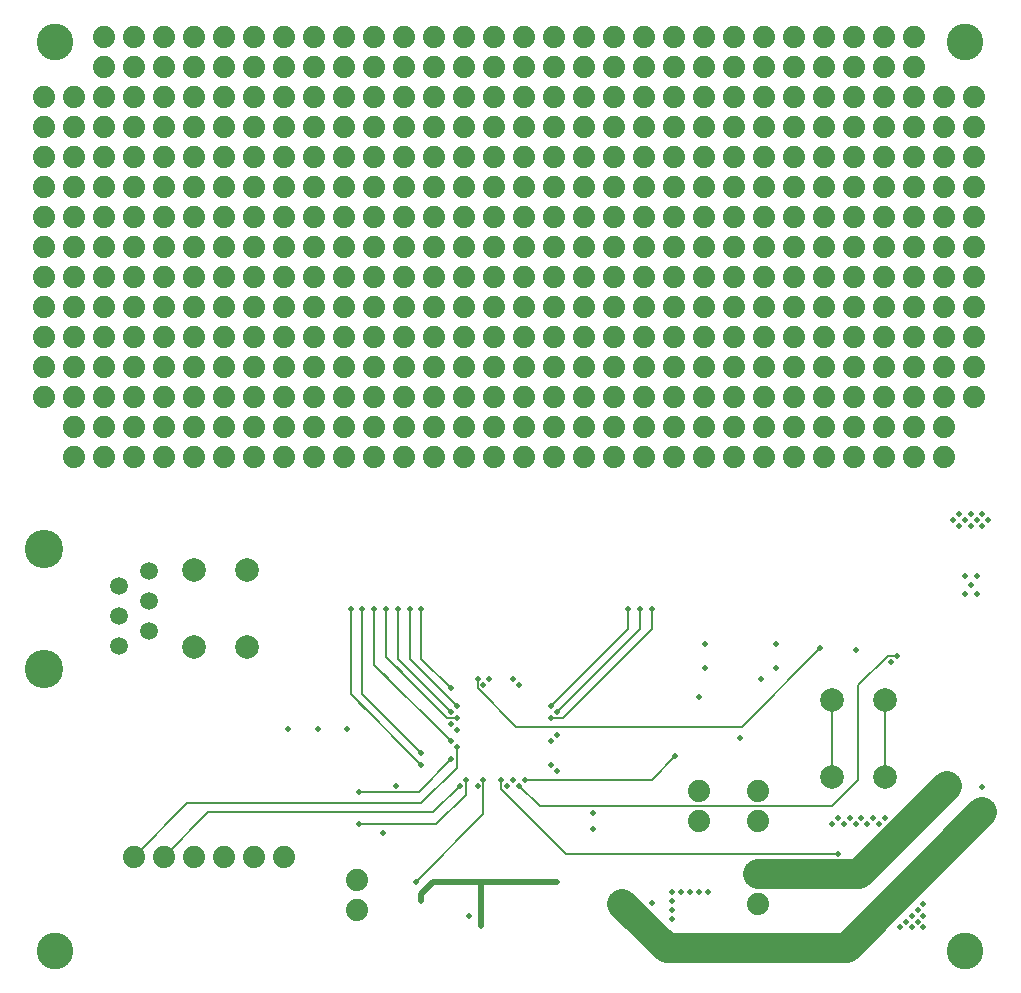
<source format=gbl>
G04*
G04 #@! TF.GenerationSoftware,Altium Limited,CircuitStudio,1.5.1 (13)*
G04*
G04 Layer_Physical_Order=4*
G04 Layer_Color=12500520*
%FSLAX25Y25*%
%MOIN*%
G70*
G01*
G75*
%ADD42C,0.05906*%
%ADD43C,0.00591*%
%ADD47C,0.01969*%
%ADD50C,0.12795*%
%ADD51C,0.07400*%
%ADD52C,0.12205*%
%ADD53C,0.07874*%
%ADD54C,0.01969*%
%ADD62C,0.09843*%
D42*
X430512Y511122D02*
D03*
X440512Y516122D02*
D03*
X430512Y521122D02*
D03*
X440512Y526122D02*
D03*
X430512Y531122D02*
D03*
X440512Y536122D02*
D03*
D43*
X510827Y451772D02*
X536417D01*
X546260Y461614D01*
X510827Y462598D02*
X530512D01*
X546260Y461614D02*
Y466535D01*
X531496Y458661D02*
X543307Y470472D01*
X453346Y458661D02*
X531496D01*
X543307Y470472D02*
Y477362D01*
X535433Y455709D02*
X544291Y464567D01*
X460394Y455709D02*
X535433D01*
X530512Y462598D02*
X541339Y473425D01*
X562992Y484252D02*
X638189D01*
X664370Y510433D01*
X687008Y507874D02*
X689961D01*
X677165Y498032D02*
X687008Y507874D01*
X677165Y466535D02*
Y498032D01*
X435630Y440945D02*
X453346Y458661D01*
X668307Y457677D02*
X677165Y466535D01*
X570866Y457677D02*
X668307D01*
X579724Y441929D02*
X670276D01*
X558071Y463583D02*
X579724Y441929D01*
X558071Y463583D02*
Y466535D01*
X563976Y464567D02*
X570866Y457677D01*
X686024Y467520D02*
Y493110D01*
X668307Y467520D02*
Y493110D01*
X539961Y487205D02*
X543307D01*
X445630Y440945D02*
X460394Y455709D01*
X529528Y432480D02*
X552165Y455118D01*
Y466535D01*
X565945D02*
X608268D01*
X616142Y474409D01*
X531496Y506890D02*
Y523622D01*
Y506890D02*
X533465Y504921D01*
X531496Y506890D02*
X541339Y497047D01*
X527559Y506890D02*
Y523622D01*
Y506890D02*
X530512Y503937D01*
X527559Y506890D02*
X543307Y491142D01*
X523622Y506890D02*
Y523622D01*
Y506890D02*
X527559Y502953D01*
X523622Y506890D02*
X541339Y489173D01*
X519685Y507480D02*
Y523622D01*
Y507480D02*
X525197Y501968D01*
X519685Y507480D02*
X539961Y487205D01*
X515748Y504921D02*
Y523622D01*
Y504921D02*
X520669Y500000D01*
X515748Y504921D02*
X541339Y479331D01*
X511811Y495079D02*
Y523622D01*
Y495079D02*
X520669Y486221D01*
X511811Y495079D02*
X531496Y475394D01*
X507874Y495079D02*
Y523622D01*
Y495079D02*
X512795Y490158D01*
X507874Y495079D02*
X531496Y471457D01*
X574803Y491142D02*
X600394Y516732D01*
Y521654D01*
Y516732D02*
Y523622D01*
X576772Y489173D02*
X604331Y516732D01*
Y519685D01*
Y516732D02*
Y523622D01*
X574803Y487205D02*
X578740D01*
X608268Y516732D01*
Y523622D01*
X550197Y497047D02*
Y500000D01*
Y497047D02*
X562992Y484252D01*
D47*
X531496Y428543D02*
X535433Y432480D01*
X531496Y425984D02*
Y428543D01*
X535433Y432480D02*
X541339D01*
X547244D01*
X553150D02*
X559055D01*
X564961D01*
X570866D01*
X576772D01*
X551378Y417913D02*
Y432480D01*
X551378Y432480D01*
X547244D02*
X551378D01*
X553150D01*
D50*
X405512Y503622D02*
D03*
Y543622D02*
D03*
D51*
X615512Y574016D02*
D03*
X605512D02*
D03*
X595512D02*
D03*
X585512D02*
D03*
X575512D02*
D03*
X565512D02*
D03*
X555512D02*
D03*
X545512D02*
D03*
X465512D02*
D03*
X475512D02*
D03*
X485512D02*
D03*
X495512D02*
D03*
X505512D02*
D03*
X515512D02*
D03*
X525512D02*
D03*
X535512D02*
D03*
X455512D02*
D03*
X445512D02*
D03*
X435512D02*
D03*
X425512D02*
D03*
X415512D02*
D03*
Y584016D02*
D03*
X425512D02*
D03*
X435512D02*
D03*
X445512D02*
D03*
X455512D02*
D03*
X535512D02*
D03*
X525512D02*
D03*
X515512D02*
D03*
X505512D02*
D03*
X495512D02*
D03*
X485512D02*
D03*
X475512D02*
D03*
X465512D02*
D03*
X545512D02*
D03*
X555512D02*
D03*
X565512D02*
D03*
X575512D02*
D03*
X585512D02*
D03*
X595512D02*
D03*
X605512D02*
D03*
X615512D02*
D03*
Y624016D02*
D03*
X605512D02*
D03*
X595512D02*
D03*
X585512D02*
D03*
X575512D02*
D03*
X565512D02*
D03*
X555512D02*
D03*
X545512D02*
D03*
X465512D02*
D03*
X475512D02*
D03*
X485512D02*
D03*
X495512D02*
D03*
X505512D02*
D03*
X515512D02*
D03*
X525512D02*
D03*
X535512D02*
D03*
X455512D02*
D03*
X445512D02*
D03*
X435512D02*
D03*
X425512D02*
D03*
X415512D02*
D03*
Y614016D02*
D03*
X425512D02*
D03*
X435512D02*
D03*
X445512D02*
D03*
X455512D02*
D03*
X535512D02*
D03*
X525512D02*
D03*
X515512D02*
D03*
X505512D02*
D03*
X495512D02*
D03*
X485512D02*
D03*
X475512D02*
D03*
X465512D02*
D03*
X545512D02*
D03*
X555512D02*
D03*
X565512D02*
D03*
X575512D02*
D03*
X585512D02*
D03*
X595512D02*
D03*
X605512D02*
D03*
X615512D02*
D03*
X625512D02*
D03*
Y624016D02*
D03*
Y584016D02*
D03*
Y574016D02*
D03*
X405512Y614016D02*
D03*
Y624016D02*
D03*
X685512D02*
D03*
Y614016D02*
D03*
X675512D02*
D03*
X665512D02*
D03*
X655512D02*
D03*
X645512D02*
D03*
X635512D02*
D03*
Y624016D02*
D03*
X645512D02*
D03*
X655512D02*
D03*
X665512D02*
D03*
X675512D02*
D03*
X715512Y614016D02*
D03*
X705512D02*
D03*
X695512D02*
D03*
Y624016D02*
D03*
X705512D02*
D03*
X715512D02*
D03*
Y684016D02*
D03*
X705512D02*
D03*
X695512D02*
D03*
Y634016D02*
D03*
X705512D02*
D03*
X715512D02*
D03*
X675512Y684016D02*
D03*
X665512D02*
D03*
X655512D02*
D03*
X645512D02*
D03*
X635512D02*
D03*
Y634016D02*
D03*
X645512D02*
D03*
X655512D02*
D03*
X665512D02*
D03*
X675512D02*
D03*
X685512D02*
D03*
Y684016D02*
D03*
X405512D02*
D03*
Y634016D02*
D03*
X625512Y684016D02*
D03*
Y634016D02*
D03*
X615512D02*
D03*
X605512D02*
D03*
X595512D02*
D03*
X585512D02*
D03*
X575512D02*
D03*
X565512D02*
D03*
X555512D02*
D03*
X545512D02*
D03*
X465512D02*
D03*
X475512D02*
D03*
X485512D02*
D03*
X495512D02*
D03*
X505512D02*
D03*
X515512D02*
D03*
X525512D02*
D03*
X535512D02*
D03*
X455512D02*
D03*
X445512D02*
D03*
X435512D02*
D03*
X425512D02*
D03*
X415512D02*
D03*
Y684016D02*
D03*
X425512D02*
D03*
X435512D02*
D03*
X445512D02*
D03*
X455512D02*
D03*
X535512D02*
D03*
X525512D02*
D03*
X515512D02*
D03*
X505512D02*
D03*
X495512D02*
D03*
X485512D02*
D03*
X475512D02*
D03*
X465512D02*
D03*
X545512D02*
D03*
X555512D02*
D03*
X565512D02*
D03*
X575512D02*
D03*
X585512D02*
D03*
X595512D02*
D03*
X605512D02*
D03*
X615512D02*
D03*
X695512Y704016D02*
D03*
Y694016D02*
D03*
X705512D02*
D03*
X715512D02*
D03*
X675512Y704016D02*
D03*
X665512D02*
D03*
X655512D02*
D03*
X645512D02*
D03*
X635512D02*
D03*
Y694016D02*
D03*
X645512D02*
D03*
X655512D02*
D03*
X665512D02*
D03*
X675512D02*
D03*
X685512D02*
D03*
Y704016D02*
D03*
X405512Y694016D02*
D03*
X625512Y704016D02*
D03*
Y694016D02*
D03*
X615512D02*
D03*
X605512D02*
D03*
X595512D02*
D03*
X585512D02*
D03*
X575512D02*
D03*
X565512D02*
D03*
X555512D02*
D03*
X545512D02*
D03*
X465512D02*
D03*
X475512D02*
D03*
X485512D02*
D03*
X495512D02*
D03*
X505512D02*
D03*
X515512D02*
D03*
X525512D02*
D03*
X535512D02*
D03*
X455512D02*
D03*
X445512D02*
D03*
X435512D02*
D03*
X425512D02*
D03*
X415512D02*
D03*
X425512Y704016D02*
D03*
X435512D02*
D03*
X445512D02*
D03*
X455512D02*
D03*
X535512D02*
D03*
X525512D02*
D03*
X515512D02*
D03*
X505512D02*
D03*
X495512D02*
D03*
X485512D02*
D03*
X475512D02*
D03*
X465512D02*
D03*
X545512D02*
D03*
X555512D02*
D03*
X565512D02*
D03*
X575512D02*
D03*
X585512D02*
D03*
X595512D02*
D03*
X605512D02*
D03*
X615512D02*
D03*
X715512Y604016D02*
D03*
X705512D02*
D03*
X695512D02*
D03*
Y594016D02*
D03*
X705512D02*
D03*
X715512D02*
D03*
X675512Y604016D02*
D03*
X665512D02*
D03*
X655512D02*
D03*
X645512D02*
D03*
X635512D02*
D03*
Y594016D02*
D03*
X645512D02*
D03*
X655512D02*
D03*
X665512D02*
D03*
X675512D02*
D03*
X685512D02*
D03*
Y604016D02*
D03*
X405512D02*
D03*
Y594016D02*
D03*
X625512Y604016D02*
D03*
Y594016D02*
D03*
X615512D02*
D03*
X605512D02*
D03*
X595512D02*
D03*
X585512D02*
D03*
X575512D02*
D03*
X565512D02*
D03*
X555512D02*
D03*
X545512D02*
D03*
X465512D02*
D03*
X475512D02*
D03*
X485512D02*
D03*
X495512D02*
D03*
X505512D02*
D03*
X515512D02*
D03*
X525512D02*
D03*
X535512D02*
D03*
X455512D02*
D03*
X445512D02*
D03*
X435512D02*
D03*
X425512D02*
D03*
X415512D02*
D03*
Y604016D02*
D03*
X425512D02*
D03*
X435512D02*
D03*
X445512D02*
D03*
X455512D02*
D03*
X535512D02*
D03*
X525512D02*
D03*
X515512D02*
D03*
X505512D02*
D03*
X495512D02*
D03*
X485512D02*
D03*
X475512D02*
D03*
X465512D02*
D03*
X545512D02*
D03*
X555512D02*
D03*
X565512D02*
D03*
X575512D02*
D03*
X585512D02*
D03*
X595512D02*
D03*
X605512D02*
D03*
X615512D02*
D03*
X695512Y714016D02*
D03*
X635512D02*
D03*
X645512D02*
D03*
X655512D02*
D03*
X665512D02*
D03*
X675512D02*
D03*
X685512D02*
D03*
X625512D02*
D03*
X615512D02*
D03*
X605512D02*
D03*
X595512D02*
D03*
X585512D02*
D03*
X575512D02*
D03*
X565512D02*
D03*
X555512D02*
D03*
X545512D02*
D03*
X465512D02*
D03*
X475512D02*
D03*
X485512D02*
D03*
X495512D02*
D03*
X505512D02*
D03*
X515512D02*
D03*
X525512D02*
D03*
X535512D02*
D03*
X455512D02*
D03*
X445512D02*
D03*
X435512D02*
D03*
X425512D02*
D03*
X695512Y584016D02*
D03*
X685512D02*
D03*
X675512D02*
D03*
X665512D02*
D03*
X655512D02*
D03*
X645512D02*
D03*
X635512D02*
D03*
Y574016D02*
D03*
X645512D02*
D03*
X655512D02*
D03*
X665512D02*
D03*
X675512D02*
D03*
X685512D02*
D03*
X695512D02*
D03*
X705512D02*
D03*
Y584016D02*
D03*
X415512Y674016D02*
D03*
X425512D02*
D03*
X435512D02*
D03*
X445512D02*
D03*
X455512D02*
D03*
X535512D02*
D03*
X525512D02*
D03*
X515512D02*
D03*
X505512D02*
D03*
X495512D02*
D03*
X485512D02*
D03*
X475512D02*
D03*
X465512D02*
D03*
X545512D02*
D03*
X555512D02*
D03*
X565512D02*
D03*
X575512D02*
D03*
X585512D02*
D03*
X595512D02*
D03*
X605512D02*
D03*
X615512D02*
D03*
X625512D02*
D03*
X405512D02*
D03*
X685512D02*
D03*
X675512D02*
D03*
X665512D02*
D03*
X655512D02*
D03*
X645512D02*
D03*
X635512D02*
D03*
X715512D02*
D03*
X705512D02*
D03*
X695512D02*
D03*
X715512Y664016D02*
D03*
X705512D02*
D03*
X695512D02*
D03*
Y654016D02*
D03*
X705512D02*
D03*
X715512D02*
D03*
X675512Y664016D02*
D03*
X665512D02*
D03*
X655512D02*
D03*
X645512D02*
D03*
X635512D02*
D03*
Y654016D02*
D03*
X645512D02*
D03*
X655512D02*
D03*
X665512D02*
D03*
X675512D02*
D03*
X685512D02*
D03*
Y664016D02*
D03*
X405512D02*
D03*
Y654016D02*
D03*
X625512Y664016D02*
D03*
Y654016D02*
D03*
X615512D02*
D03*
X605512D02*
D03*
X595512D02*
D03*
X585512D02*
D03*
X575512D02*
D03*
X565512D02*
D03*
X555512D02*
D03*
X545512D02*
D03*
X465512D02*
D03*
X475512D02*
D03*
X485512D02*
D03*
X495512D02*
D03*
X505512D02*
D03*
X515512D02*
D03*
X525512D02*
D03*
X535512D02*
D03*
X455512D02*
D03*
X445512D02*
D03*
X435512D02*
D03*
X425512D02*
D03*
X415512D02*
D03*
Y664016D02*
D03*
X425512D02*
D03*
X435512D02*
D03*
X445512D02*
D03*
X455512D02*
D03*
X535512D02*
D03*
X525512D02*
D03*
X515512D02*
D03*
X505512D02*
D03*
X495512D02*
D03*
X485512D02*
D03*
X475512D02*
D03*
X465512D02*
D03*
X545512D02*
D03*
X555512D02*
D03*
X565512D02*
D03*
X575512D02*
D03*
X585512D02*
D03*
X595512D02*
D03*
X605512D02*
D03*
X615512D02*
D03*
X415512Y644016D02*
D03*
X425512D02*
D03*
X435512D02*
D03*
X445512D02*
D03*
X455512D02*
D03*
X535512D02*
D03*
X525512D02*
D03*
X515512D02*
D03*
X505512D02*
D03*
X495512D02*
D03*
X485512D02*
D03*
X475512D02*
D03*
X465512D02*
D03*
X545512D02*
D03*
X555512D02*
D03*
X565512D02*
D03*
X575512D02*
D03*
X585512D02*
D03*
X595512D02*
D03*
X605512D02*
D03*
X615512D02*
D03*
X625512D02*
D03*
X405512D02*
D03*
X685512D02*
D03*
X675512D02*
D03*
X665512D02*
D03*
X655512D02*
D03*
X645512D02*
D03*
X635512D02*
D03*
X715512D02*
D03*
X705512D02*
D03*
X695512D02*
D03*
X643701Y435197D02*
D03*
Y425197D02*
D03*
X624016Y462756D02*
D03*
Y452756D02*
D03*
X643701Y462756D02*
D03*
Y452756D02*
D03*
X509842Y423071D02*
D03*
Y433071D02*
D03*
X435630Y440945D02*
D03*
X445630D02*
D03*
X455630D02*
D03*
X465630D02*
D03*
X475630D02*
D03*
X485630D02*
D03*
D52*
X409449Y409449D02*
D03*
X712598D02*
D03*
X712598Y712598D02*
D03*
X409449D02*
D03*
D53*
X668307Y467520D02*
D03*
Y493110D02*
D03*
X686024D02*
D03*
Y467520D02*
D03*
X473425Y536417D02*
D03*
Y510827D02*
D03*
X455709D02*
D03*
Y536417D02*
D03*
D54*
X510827Y451772D02*
D03*
Y462598D02*
D03*
X523032Y464567D02*
D03*
X518701Y448819D02*
D03*
X664370Y510433D02*
D03*
X689961Y507874D02*
D03*
X687992Y505905D02*
D03*
X676181Y509842D02*
D03*
X626968Y429134D02*
D03*
X608268Y425394D02*
D03*
X615158Y420276D02*
D03*
Y423228D02*
D03*
Y426181D02*
D03*
Y429134D02*
D03*
X618110D02*
D03*
X621063D02*
D03*
X624016D02*
D03*
X676181Y451772D02*
D03*
X668307D02*
D03*
X670276Y453740D02*
D03*
X672244Y451772D02*
D03*
X674213Y453740D02*
D03*
X678150D02*
D03*
X682087D02*
D03*
X680118Y451772D02*
D03*
X684055D02*
D03*
X686024Y453740D02*
D03*
X718504Y459646D02*
D03*
Y451772D02*
D03*
X706693Y460630D02*
D03*
X688976Y430118D02*
D03*
Y427165D02*
D03*
Y424213D02*
D03*
X688976Y421260D02*
D03*
X698819Y417323D02*
D03*
X690945D02*
D03*
X694882D02*
D03*
X698819Y421260D02*
D03*
Y425197D02*
D03*
X694882Y421260D02*
D03*
X692913Y419291D02*
D03*
X696850D02*
D03*
Y423228D02*
D03*
X720472Y453740D02*
D03*
X716535D02*
D03*
X714567Y455709D02*
D03*
X716535Y457677D02*
D03*
X718504Y455709D02*
D03*
X720472Y457677D02*
D03*
X598425Y429134D02*
D03*
X594488Y425197D02*
D03*
X598425Y421260D02*
D03*
X600394Y423228D02*
D03*
X596457D02*
D03*
Y427165D02*
D03*
X598425Y425197D02*
D03*
X600394Y427165D02*
D03*
X704724Y462598D02*
D03*
X706693Y464567D02*
D03*
X602362Y425197D02*
D03*
X722441Y455709D02*
D03*
X708661Y462598D02*
D03*
X670276Y441929D02*
D03*
X720472Y553150D02*
D03*
X708661D02*
D03*
X718504Y551181D02*
D03*
Y555118D02*
D03*
X716535Y553150D02*
D03*
X714567Y551181D02*
D03*
X710630D02*
D03*
Y555118D02*
D03*
X712598Y553150D02*
D03*
X714567Y555118D02*
D03*
X600394Y523622D02*
D03*
X604331D02*
D03*
X608268D02*
D03*
X487008Y483465D02*
D03*
X496850D02*
D03*
X506693D02*
D03*
X541339Y473425D02*
D03*
X543307Y477362D02*
D03*
X544291Y464567D02*
D03*
X546260Y466535D02*
D03*
X531496Y425984D02*
D03*
X562008Y500000D02*
D03*
X554134D02*
D03*
X541339Y485236D02*
D03*
X552165Y466535D02*
D03*
X547244Y421260D02*
D03*
X565945Y466535D02*
D03*
X574803Y491142D02*
D03*
X576772Y489173D02*
D03*
X574803Y487205D02*
D03*
X576772Y481299D02*
D03*
X560039Y464567D02*
D03*
X550197D02*
D03*
X535433Y432480D02*
D03*
X541339D02*
D03*
X547244D02*
D03*
X553150D02*
D03*
X559055D02*
D03*
X564961D02*
D03*
X570866D02*
D03*
X576772D02*
D03*
X551378Y417913D02*
D03*
X541339Y497047D02*
D03*
X543307Y491142D02*
D03*
X541339Y489173D02*
D03*
X543307Y487205D02*
D03*
X541339Y479331D02*
D03*
X531496Y471457D02*
D03*
Y475394D02*
D03*
X529528Y432480D02*
D03*
X543307Y483268D02*
D03*
X552165Y498032D02*
D03*
X563976D02*
D03*
X574803Y479331D02*
D03*
X562008Y466535D02*
D03*
X637795Y480315D02*
D03*
X714567Y531496D02*
D03*
X712598Y534449D02*
D03*
X716535Y528543D02*
D03*
X712598D02*
D03*
X716535Y534449D02*
D03*
X558071Y466535D02*
D03*
X576772Y469488D02*
D03*
X706693Y468504D02*
D03*
X704724Y466535D02*
D03*
X702756Y464567D02*
D03*
X708661Y466535D02*
D03*
X710630Y464567D02*
D03*
X616142Y474409D02*
D03*
X563976Y464567D02*
D03*
X625984Y511811D02*
D03*
Y503937D02*
D03*
X624016Y494095D02*
D03*
X718504Y464173D02*
D03*
X531496Y523622D02*
D03*
X527559D02*
D03*
X523622D02*
D03*
X519685D02*
D03*
X515748D02*
D03*
X511811D02*
D03*
X507874D02*
D03*
X574803Y471457D02*
D03*
X588583Y455315D02*
D03*
Y450197D02*
D03*
X550197Y500000D02*
D03*
X644685Y500000D02*
D03*
X649606Y503937D02*
D03*
Y511811D02*
D03*
D62*
X673228Y410433D02*
X718504Y455709D01*
X613189Y410433D02*
X673228D01*
X677323Y435197D02*
X706693Y464567D01*
X643701Y435197D02*
X677323D01*
X598425Y425197D02*
X600394Y423228D01*
X613189Y410433D01*
M02*

</source>
